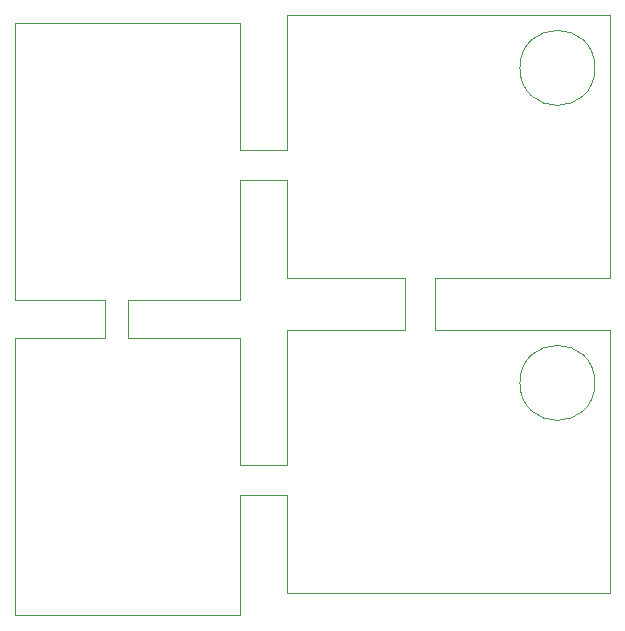
<source format=gbr>
%TF.GenerationSoftware,KiCad,Pcbnew,7.0.9*%
%TF.CreationDate,2024-06-07T23:50:55-04:00*%
%TF.ProjectId,8P breakout header,38502062-7265-4616-9b6f-757420686561,rev?*%
%TF.SameCoordinates,Original*%
%TF.FileFunction,Profile,NP*%
%FSLAX46Y46*%
G04 Gerber Fmt 4.6, Leading zero omitted, Abs format (unit mm)*
G04 Created by KiCad (PCBNEW 7.0.9) date 2024-06-07 23:50:55*
%MOMM*%
%LPD*%
G01*
G04 APERTURE LIST*
%TA.AperFunction,Profile*%
%ADD10C,0.100000*%
%TD*%
G04 APERTURE END LIST*
D10*
X192405000Y-74930000D02*
X207172500Y-74930000D01*
X192405000Y-74295000D02*
X192405000Y-74930000D01*
X192405000Y-70485000D02*
X192405000Y-74295000D01*
X207172500Y-70485000D02*
X192405000Y-70485000D01*
X189865000Y-70485000D02*
X179867500Y-70485000D01*
X189865000Y-74930000D02*
X189865000Y-70485000D01*
X179867500Y-74930000D02*
X189865000Y-74930000D01*
X166370000Y-75565000D02*
X175895000Y-75565000D01*
X166370000Y-72390000D02*
X166370000Y-75565000D01*
X175895000Y-72390000D02*
X166370000Y-72390000D01*
X164465000Y-75565000D02*
X156845000Y-75565000D01*
X164465000Y-72390000D02*
X164465000Y-75565000D01*
X156845000Y-72390000D02*
X164465000Y-72390000D01*
X205902500Y-79375000D02*
G75*
G03*
X205902500Y-79375000I-3175000J0D01*
G01*
X175895000Y-99060000D02*
X175895000Y-88900000D01*
X156845000Y-75565000D02*
X156845000Y-99060000D01*
X175895000Y-86360000D02*
X175895000Y-75565000D01*
X175895000Y-88900000D02*
X179867500Y-88900000D01*
X179867500Y-74930000D02*
X179867500Y-86360000D01*
X156845000Y-99060000D02*
X175895000Y-99060000D01*
X179867500Y-97155000D02*
X207172500Y-97155000D01*
X179867500Y-88900000D02*
X179867500Y-97155000D01*
X207172500Y-97155000D02*
X207172500Y-74930000D01*
X175895000Y-86360000D02*
X179867500Y-86360000D01*
X175895000Y-62230000D02*
X179867500Y-62230000D01*
X175895000Y-59690000D02*
X179867500Y-59690000D01*
X175895000Y-72390000D02*
X175895000Y-62230000D01*
X156845000Y-48895000D02*
X156845000Y-72390000D01*
X175895000Y-48895000D02*
X156845000Y-48895000D01*
X175895000Y-59690000D02*
X175895000Y-48895000D01*
X179867500Y-48260000D02*
X179867500Y-59690000D01*
X207172500Y-48260000D02*
X179867500Y-48260000D01*
X207172500Y-70485000D02*
X207172500Y-48260000D01*
X179867500Y-62230000D02*
X179867500Y-70485000D01*
X205902500Y-52705000D02*
G75*
G03*
X205902500Y-52705000I-3175000J0D01*
G01*
M02*

</source>
